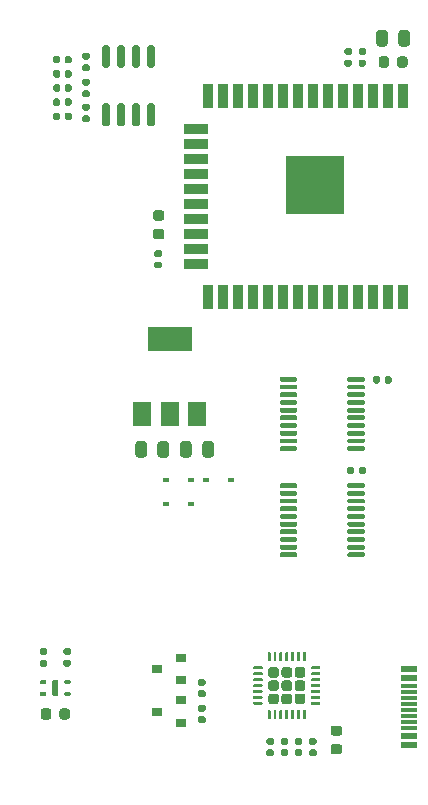
<source format=gbr>
%TF.GenerationSoftware,KiCad,Pcbnew,(5.1.6)-1*%
%TF.CreationDate,2020-11-22T22:34:21+08:00*%
%TF.ProjectId,matrix-clock,6d617472-6978-42d6-936c-6f636b2e6b69,rev?*%
%TF.SameCoordinates,Original*%
%TF.FileFunction,Paste,Top*%
%TF.FilePolarity,Positive*%
%FSLAX46Y46*%
G04 Gerber Fmt 4.6, Leading zero omitted, Abs format (unit mm)*
G04 Created by KiCad (PCBNEW (5.1.6)-1) date 2020-11-22 22:34:21*
%MOMM*%
%LPD*%
G01*
G04 APERTURE LIST*
%ADD10R,1.500000X2.000000*%
%ADD11R,3.800000X2.000000*%
%ADD12R,0.900000X2.000000*%
%ADD13R,2.000000X0.900000*%
%ADD14R,5.000000X5.000000*%
%ADD15R,0.900000X0.800000*%
%ADD16R,1.450000X0.600000*%
%ADD17R,1.450000X0.300000*%
%ADD18R,0.600000X0.450000*%
G04 APERTURE END LIST*
%TO.C,U4*%
G36*
G01*
X158525000Y-105375000D02*
X158525000Y-105175000D01*
G75*
G02*
X158625000Y-105075000I100000J0D01*
G01*
X159900000Y-105075000D01*
G75*
G02*
X160000000Y-105175000I0J-100000D01*
G01*
X160000000Y-105375000D01*
G75*
G02*
X159900000Y-105475000I-100000J0D01*
G01*
X158625000Y-105475000D01*
G75*
G02*
X158525000Y-105375000I0J100000D01*
G01*
G37*
G36*
G01*
X158525000Y-106025000D02*
X158525000Y-105825000D01*
G75*
G02*
X158625000Y-105725000I100000J0D01*
G01*
X159900000Y-105725000D01*
G75*
G02*
X160000000Y-105825000I0J-100000D01*
G01*
X160000000Y-106025000D01*
G75*
G02*
X159900000Y-106125000I-100000J0D01*
G01*
X158625000Y-106125000D01*
G75*
G02*
X158525000Y-106025000I0J100000D01*
G01*
G37*
G36*
G01*
X158525000Y-106675000D02*
X158525000Y-106475000D01*
G75*
G02*
X158625000Y-106375000I100000J0D01*
G01*
X159900000Y-106375000D01*
G75*
G02*
X160000000Y-106475000I0J-100000D01*
G01*
X160000000Y-106675000D01*
G75*
G02*
X159900000Y-106775000I-100000J0D01*
G01*
X158625000Y-106775000D01*
G75*
G02*
X158525000Y-106675000I0J100000D01*
G01*
G37*
G36*
G01*
X158525000Y-107325000D02*
X158525000Y-107125000D01*
G75*
G02*
X158625000Y-107025000I100000J0D01*
G01*
X159900000Y-107025000D01*
G75*
G02*
X160000000Y-107125000I0J-100000D01*
G01*
X160000000Y-107325000D01*
G75*
G02*
X159900000Y-107425000I-100000J0D01*
G01*
X158625000Y-107425000D01*
G75*
G02*
X158525000Y-107325000I0J100000D01*
G01*
G37*
G36*
G01*
X158525000Y-107975000D02*
X158525000Y-107775000D01*
G75*
G02*
X158625000Y-107675000I100000J0D01*
G01*
X159900000Y-107675000D01*
G75*
G02*
X160000000Y-107775000I0J-100000D01*
G01*
X160000000Y-107975000D01*
G75*
G02*
X159900000Y-108075000I-100000J0D01*
G01*
X158625000Y-108075000D01*
G75*
G02*
X158525000Y-107975000I0J100000D01*
G01*
G37*
G36*
G01*
X158525000Y-108625000D02*
X158525000Y-108425000D01*
G75*
G02*
X158625000Y-108325000I100000J0D01*
G01*
X159900000Y-108325000D01*
G75*
G02*
X160000000Y-108425000I0J-100000D01*
G01*
X160000000Y-108625000D01*
G75*
G02*
X159900000Y-108725000I-100000J0D01*
G01*
X158625000Y-108725000D01*
G75*
G02*
X158525000Y-108625000I0J100000D01*
G01*
G37*
G36*
G01*
X158525000Y-109275000D02*
X158525000Y-109075000D01*
G75*
G02*
X158625000Y-108975000I100000J0D01*
G01*
X159900000Y-108975000D01*
G75*
G02*
X160000000Y-109075000I0J-100000D01*
G01*
X160000000Y-109275000D01*
G75*
G02*
X159900000Y-109375000I-100000J0D01*
G01*
X158625000Y-109375000D01*
G75*
G02*
X158525000Y-109275000I0J100000D01*
G01*
G37*
G36*
G01*
X158525000Y-109925000D02*
X158525000Y-109725000D01*
G75*
G02*
X158625000Y-109625000I100000J0D01*
G01*
X159900000Y-109625000D01*
G75*
G02*
X160000000Y-109725000I0J-100000D01*
G01*
X160000000Y-109925000D01*
G75*
G02*
X159900000Y-110025000I-100000J0D01*
G01*
X158625000Y-110025000D01*
G75*
G02*
X158525000Y-109925000I0J100000D01*
G01*
G37*
G36*
G01*
X158525000Y-110575000D02*
X158525000Y-110375000D01*
G75*
G02*
X158625000Y-110275000I100000J0D01*
G01*
X159900000Y-110275000D01*
G75*
G02*
X160000000Y-110375000I0J-100000D01*
G01*
X160000000Y-110575000D01*
G75*
G02*
X159900000Y-110675000I-100000J0D01*
G01*
X158625000Y-110675000D01*
G75*
G02*
X158525000Y-110575000I0J100000D01*
G01*
G37*
G36*
G01*
X158525000Y-111225000D02*
X158525000Y-111025000D01*
G75*
G02*
X158625000Y-110925000I100000J0D01*
G01*
X159900000Y-110925000D01*
G75*
G02*
X160000000Y-111025000I0J-100000D01*
G01*
X160000000Y-111225000D01*
G75*
G02*
X159900000Y-111325000I-100000J0D01*
G01*
X158625000Y-111325000D01*
G75*
G02*
X158525000Y-111225000I0J100000D01*
G01*
G37*
G36*
G01*
X152800000Y-111225000D02*
X152800000Y-111025000D01*
G75*
G02*
X152900000Y-110925000I100000J0D01*
G01*
X154175000Y-110925000D01*
G75*
G02*
X154275000Y-111025000I0J-100000D01*
G01*
X154275000Y-111225000D01*
G75*
G02*
X154175000Y-111325000I-100000J0D01*
G01*
X152900000Y-111325000D01*
G75*
G02*
X152800000Y-111225000I0J100000D01*
G01*
G37*
G36*
G01*
X152800000Y-110575000D02*
X152800000Y-110375000D01*
G75*
G02*
X152900000Y-110275000I100000J0D01*
G01*
X154175000Y-110275000D01*
G75*
G02*
X154275000Y-110375000I0J-100000D01*
G01*
X154275000Y-110575000D01*
G75*
G02*
X154175000Y-110675000I-100000J0D01*
G01*
X152900000Y-110675000D01*
G75*
G02*
X152800000Y-110575000I0J100000D01*
G01*
G37*
G36*
G01*
X152800000Y-109925000D02*
X152800000Y-109725000D01*
G75*
G02*
X152900000Y-109625000I100000J0D01*
G01*
X154175000Y-109625000D01*
G75*
G02*
X154275000Y-109725000I0J-100000D01*
G01*
X154275000Y-109925000D01*
G75*
G02*
X154175000Y-110025000I-100000J0D01*
G01*
X152900000Y-110025000D01*
G75*
G02*
X152800000Y-109925000I0J100000D01*
G01*
G37*
G36*
G01*
X152800000Y-109275000D02*
X152800000Y-109075000D01*
G75*
G02*
X152900000Y-108975000I100000J0D01*
G01*
X154175000Y-108975000D01*
G75*
G02*
X154275000Y-109075000I0J-100000D01*
G01*
X154275000Y-109275000D01*
G75*
G02*
X154175000Y-109375000I-100000J0D01*
G01*
X152900000Y-109375000D01*
G75*
G02*
X152800000Y-109275000I0J100000D01*
G01*
G37*
G36*
G01*
X152800000Y-108625000D02*
X152800000Y-108425000D01*
G75*
G02*
X152900000Y-108325000I100000J0D01*
G01*
X154175000Y-108325000D01*
G75*
G02*
X154275000Y-108425000I0J-100000D01*
G01*
X154275000Y-108625000D01*
G75*
G02*
X154175000Y-108725000I-100000J0D01*
G01*
X152900000Y-108725000D01*
G75*
G02*
X152800000Y-108625000I0J100000D01*
G01*
G37*
G36*
G01*
X152800000Y-107975000D02*
X152800000Y-107775000D01*
G75*
G02*
X152900000Y-107675000I100000J0D01*
G01*
X154175000Y-107675000D01*
G75*
G02*
X154275000Y-107775000I0J-100000D01*
G01*
X154275000Y-107975000D01*
G75*
G02*
X154175000Y-108075000I-100000J0D01*
G01*
X152900000Y-108075000D01*
G75*
G02*
X152800000Y-107975000I0J100000D01*
G01*
G37*
G36*
G01*
X152800000Y-107325000D02*
X152800000Y-107125000D01*
G75*
G02*
X152900000Y-107025000I100000J0D01*
G01*
X154175000Y-107025000D01*
G75*
G02*
X154275000Y-107125000I0J-100000D01*
G01*
X154275000Y-107325000D01*
G75*
G02*
X154175000Y-107425000I-100000J0D01*
G01*
X152900000Y-107425000D01*
G75*
G02*
X152800000Y-107325000I0J100000D01*
G01*
G37*
G36*
G01*
X152800000Y-106675000D02*
X152800000Y-106475000D01*
G75*
G02*
X152900000Y-106375000I100000J0D01*
G01*
X154175000Y-106375000D01*
G75*
G02*
X154275000Y-106475000I0J-100000D01*
G01*
X154275000Y-106675000D01*
G75*
G02*
X154175000Y-106775000I-100000J0D01*
G01*
X152900000Y-106775000D01*
G75*
G02*
X152800000Y-106675000I0J100000D01*
G01*
G37*
G36*
G01*
X152800000Y-106025000D02*
X152800000Y-105825000D01*
G75*
G02*
X152900000Y-105725000I100000J0D01*
G01*
X154175000Y-105725000D01*
G75*
G02*
X154275000Y-105825000I0J-100000D01*
G01*
X154275000Y-106025000D01*
G75*
G02*
X154175000Y-106125000I-100000J0D01*
G01*
X152900000Y-106125000D01*
G75*
G02*
X152800000Y-106025000I0J100000D01*
G01*
G37*
G36*
G01*
X152800000Y-105375000D02*
X152800000Y-105175000D01*
G75*
G02*
X152900000Y-105075000I100000J0D01*
G01*
X154175000Y-105075000D01*
G75*
G02*
X154275000Y-105175000I0J-100000D01*
G01*
X154275000Y-105375000D01*
G75*
G02*
X154175000Y-105475000I-100000J0D01*
G01*
X152900000Y-105475000D01*
G75*
G02*
X152800000Y-105375000I0J100000D01*
G01*
G37*
%TD*%
%TO.C,U3*%
G36*
G01*
X158525000Y-96375000D02*
X158525000Y-96175000D01*
G75*
G02*
X158625000Y-96075000I100000J0D01*
G01*
X159900000Y-96075000D01*
G75*
G02*
X160000000Y-96175000I0J-100000D01*
G01*
X160000000Y-96375000D01*
G75*
G02*
X159900000Y-96475000I-100000J0D01*
G01*
X158625000Y-96475000D01*
G75*
G02*
X158525000Y-96375000I0J100000D01*
G01*
G37*
G36*
G01*
X158525000Y-97025000D02*
X158525000Y-96825000D01*
G75*
G02*
X158625000Y-96725000I100000J0D01*
G01*
X159900000Y-96725000D01*
G75*
G02*
X160000000Y-96825000I0J-100000D01*
G01*
X160000000Y-97025000D01*
G75*
G02*
X159900000Y-97125000I-100000J0D01*
G01*
X158625000Y-97125000D01*
G75*
G02*
X158525000Y-97025000I0J100000D01*
G01*
G37*
G36*
G01*
X158525000Y-97675000D02*
X158525000Y-97475000D01*
G75*
G02*
X158625000Y-97375000I100000J0D01*
G01*
X159900000Y-97375000D01*
G75*
G02*
X160000000Y-97475000I0J-100000D01*
G01*
X160000000Y-97675000D01*
G75*
G02*
X159900000Y-97775000I-100000J0D01*
G01*
X158625000Y-97775000D01*
G75*
G02*
X158525000Y-97675000I0J100000D01*
G01*
G37*
G36*
G01*
X158525000Y-98325000D02*
X158525000Y-98125000D01*
G75*
G02*
X158625000Y-98025000I100000J0D01*
G01*
X159900000Y-98025000D01*
G75*
G02*
X160000000Y-98125000I0J-100000D01*
G01*
X160000000Y-98325000D01*
G75*
G02*
X159900000Y-98425000I-100000J0D01*
G01*
X158625000Y-98425000D01*
G75*
G02*
X158525000Y-98325000I0J100000D01*
G01*
G37*
G36*
G01*
X158525000Y-98975000D02*
X158525000Y-98775000D01*
G75*
G02*
X158625000Y-98675000I100000J0D01*
G01*
X159900000Y-98675000D01*
G75*
G02*
X160000000Y-98775000I0J-100000D01*
G01*
X160000000Y-98975000D01*
G75*
G02*
X159900000Y-99075000I-100000J0D01*
G01*
X158625000Y-99075000D01*
G75*
G02*
X158525000Y-98975000I0J100000D01*
G01*
G37*
G36*
G01*
X158525000Y-99625000D02*
X158525000Y-99425000D01*
G75*
G02*
X158625000Y-99325000I100000J0D01*
G01*
X159900000Y-99325000D01*
G75*
G02*
X160000000Y-99425000I0J-100000D01*
G01*
X160000000Y-99625000D01*
G75*
G02*
X159900000Y-99725000I-100000J0D01*
G01*
X158625000Y-99725000D01*
G75*
G02*
X158525000Y-99625000I0J100000D01*
G01*
G37*
G36*
G01*
X158525000Y-100275000D02*
X158525000Y-100075000D01*
G75*
G02*
X158625000Y-99975000I100000J0D01*
G01*
X159900000Y-99975000D01*
G75*
G02*
X160000000Y-100075000I0J-100000D01*
G01*
X160000000Y-100275000D01*
G75*
G02*
X159900000Y-100375000I-100000J0D01*
G01*
X158625000Y-100375000D01*
G75*
G02*
X158525000Y-100275000I0J100000D01*
G01*
G37*
G36*
G01*
X158525000Y-100925000D02*
X158525000Y-100725000D01*
G75*
G02*
X158625000Y-100625000I100000J0D01*
G01*
X159900000Y-100625000D01*
G75*
G02*
X160000000Y-100725000I0J-100000D01*
G01*
X160000000Y-100925000D01*
G75*
G02*
X159900000Y-101025000I-100000J0D01*
G01*
X158625000Y-101025000D01*
G75*
G02*
X158525000Y-100925000I0J100000D01*
G01*
G37*
G36*
G01*
X158525000Y-101575000D02*
X158525000Y-101375000D01*
G75*
G02*
X158625000Y-101275000I100000J0D01*
G01*
X159900000Y-101275000D01*
G75*
G02*
X160000000Y-101375000I0J-100000D01*
G01*
X160000000Y-101575000D01*
G75*
G02*
X159900000Y-101675000I-100000J0D01*
G01*
X158625000Y-101675000D01*
G75*
G02*
X158525000Y-101575000I0J100000D01*
G01*
G37*
G36*
G01*
X158525000Y-102225000D02*
X158525000Y-102025000D01*
G75*
G02*
X158625000Y-101925000I100000J0D01*
G01*
X159900000Y-101925000D01*
G75*
G02*
X160000000Y-102025000I0J-100000D01*
G01*
X160000000Y-102225000D01*
G75*
G02*
X159900000Y-102325000I-100000J0D01*
G01*
X158625000Y-102325000D01*
G75*
G02*
X158525000Y-102225000I0J100000D01*
G01*
G37*
G36*
G01*
X152800000Y-102225000D02*
X152800000Y-102025000D01*
G75*
G02*
X152900000Y-101925000I100000J0D01*
G01*
X154175000Y-101925000D01*
G75*
G02*
X154275000Y-102025000I0J-100000D01*
G01*
X154275000Y-102225000D01*
G75*
G02*
X154175000Y-102325000I-100000J0D01*
G01*
X152900000Y-102325000D01*
G75*
G02*
X152800000Y-102225000I0J100000D01*
G01*
G37*
G36*
G01*
X152800000Y-101575000D02*
X152800000Y-101375000D01*
G75*
G02*
X152900000Y-101275000I100000J0D01*
G01*
X154175000Y-101275000D01*
G75*
G02*
X154275000Y-101375000I0J-100000D01*
G01*
X154275000Y-101575000D01*
G75*
G02*
X154175000Y-101675000I-100000J0D01*
G01*
X152900000Y-101675000D01*
G75*
G02*
X152800000Y-101575000I0J100000D01*
G01*
G37*
G36*
G01*
X152800000Y-100925000D02*
X152800000Y-100725000D01*
G75*
G02*
X152900000Y-100625000I100000J0D01*
G01*
X154175000Y-100625000D01*
G75*
G02*
X154275000Y-100725000I0J-100000D01*
G01*
X154275000Y-100925000D01*
G75*
G02*
X154175000Y-101025000I-100000J0D01*
G01*
X152900000Y-101025000D01*
G75*
G02*
X152800000Y-100925000I0J100000D01*
G01*
G37*
G36*
G01*
X152800000Y-100275000D02*
X152800000Y-100075000D01*
G75*
G02*
X152900000Y-99975000I100000J0D01*
G01*
X154175000Y-99975000D01*
G75*
G02*
X154275000Y-100075000I0J-100000D01*
G01*
X154275000Y-100275000D01*
G75*
G02*
X154175000Y-100375000I-100000J0D01*
G01*
X152900000Y-100375000D01*
G75*
G02*
X152800000Y-100275000I0J100000D01*
G01*
G37*
G36*
G01*
X152800000Y-99625000D02*
X152800000Y-99425000D01*
G75*
G02*
X152900000Y-99325000I100000J0D01*
G01*
X154175000Y-99325000D01*
G75*
G02*
X154275000Y-99425000I0J-100000D01*
G01*
X154275000Y-99625000D01*
G75*
G02*
X154175000Y-99725000I-100000J0D01*
G01*
X152900000Y-99725000D01*
G75*
G02*
X152800000Y-99625000I0J100000D01*
G01*
G37*
G36*
G01*
X152800000Y-98975000D02*
X152800000Y-98775000D01*
G75*
G02*
X152900000Y-98675000I100000J0D01*
G01*
X154175000Y-98675000D01*
G75*
G02*
X154275000Y-98775000I0J-100000D01*
G01*
X154275000Y-98975000D01*
G75*
G02*
X154175000Y-99075000I-100000J0D01*
G01*
X152900000Y-99075000D01*
G75*
G02*
X152800000Y-98975000I0J100000D01*
G01*
G37*
G36*
G01*
X152800000Y-98325000D02*
X152800000Y-98125000D01*
G75*
G02*
X152900000Y-98025000I100000J0D01*
G01*
X154175000Y-98025000D01*
G75*
G02*
X154275000Y-98125000I0J-100000D01*
G01*
X154275000Y-98325000D01*
G75*
G02*
X154175000Y-98425000I-100000J0D01*
G01*
X152900000Y-98425000D01*
G75*
G02*
X152800000Y-98325000I0J100000D01*
G01*
G37*
G36*
G01*
X152800000Y-97675000D02*
X152800000Y-97475000D01*
G75*
G02*
X152900000Y-97375000I100000J0D01*
G01*
X154175000Y-97375000D01*
G75*
G02*
X154275000Y-97475000I0J-100000D01*
G01*
X154275000Y-97675000D01*
G75*
G02*
X154175000Y-97775000I-100000J0D01*
G01*
X152900000Y-97775000D01*
G75*
G02*
X152800000Y-97675000I0J100000D01*
G01*
G37*
G36*
G01*
X152800000Y-97025000D02*
X152800000Y-96825000D01*
G75*
G02*
X152900000Y-96725000I100000J0D01*
G01*
X154175000Y-96725000D01*
G75*
G02*
X154275000Y-96825000I0J-100000D01*
G01*
X154275000Y-97025000D01*
G75*
G02*
X154175000Y-97125000I-100000J0D01*
G01*
X152900000Y-97125000D01*
G75*
G02*
X152800000Y-97025000I0J100000D01*
G01*
G37*
G36*
G01*
X152800000Y-96375000D02*
X152800000Y-96175000D01*
G75*
G02*
X152900000Y-96075000I100000J0D01*
G01*
X154175000Y-96075000D01*
G75*
G02*
X154275000Y-96175000I0J-100000D01*
G01*
X154275000Y-96375000D01*
G75*
G02*
X154175000Y-96475000I-100000J0D01*
G01*
X152900000Y-96475000D01*
G75*
G02*
X152800000Y-96375000I0J100000D01*
G01*
G37*
%TD*%
%TO.C,U7*%
G36*
G01*
X141755000Y-72900000D02*
X142055000Y-72900000D01*
G75*
G02*
X142205000Y-73050000I0J-150000D01*
G01*
X142205000Y-74700000D01*
G75*
G02*
X142055000Y-74850000I-150000J0D01*
G01*
X141755000Y-74850000D01*
G75*
G02*
X141605000Y-74700000I0J150000D01*
G01*
X141605000Y-73050000D01*
G75*
G02*
X141755000Y-72900000I150000J0D01*
G01*
G37*
G36*
G01*
X140485000Y-72900000D02*
X140785000Y-72900000D01*
G75*
G02*
X140935000Y-73050000I0J-150000D01*
G01*
X140935000Y-74700000D01*
G75*
G02*
X140785000Y-74850000I-150000J0D01*
G01*
X140485000Y-74850000D01*
G75*
G02*
X140335000Y-74700000I0J150000D01*
G01*
X140335000Y-73050000D01*
G75*
G02*
X140485000Y-72900000I150000J0D01*
G01*
G37*
G36*
G01*
X139215000Y-72900000D02*
X139515000Y-72900000D01*
G75*
G02*
X139665000Y-73050000I0J-150000D01*
G01*
X139665000Y-74700000D01*
G75*
G02*
X139515000Y-74850000I-150000J0D01*
G01*
X139215000Y-74850000D01*
G75*
G02*
X139065000Y-74700000I0J150000D01*
G01*
X139065000Y-73050000D01*
G75*
G02*
X139215000Y-72900000I150000J0D01*
G01*
G37*
G36*
G01*
X137945000Y-72900000D02*
X138245000Y-72900000D01*
G75*
G02*
X138395000Y-73050000I0J-150000D01*
G01*
X138395000Y-74700000D01*
G75*
G02*
X138245000Y-74850000I-150000J0D01*
G01*
X137945000Y-74850000D01*
G75*
G02*
X137795000Y-74700000I0J150000D01*
G01*
X137795000Y-73050000D01*
G75*
G02*
X137945000Y-72900000I150000J0D01*
G01*
G37*
G36*
G01*
X137945000Y-67950000D02*
X138245000Y-67950000D01*
G75*
G02*
X138395000Y-68100000I0J-150000D01*
G01*
X138395000Y-69750000D01*
G75*
G02*
X138245000Y-69900000I-150000J0D01*
G01*
X137945000Y-69900000D01*
G75*
G02*
X137795000Y-69750000I0J150000D01*
G01*
X137795000Y-68100000D01*
G75*
G02*
X137945000Y-67950000I150000J0D01*
G01*
G37*
G36*
G01*
X139215000Y-67950000D02*
X139515000Y-67950000D01*
G75*
G02*
X139665000Y-68100000I0J-150000D01*
G01*
X139665000Y-69750000D01*
G75*
G02*
X139515000Y-69900000I-150000J0D01*
G01*
X139215000Y-69900000D01*
G75*
G02*
X139065000Y-69750000I0J150000D01*
G01*
X139065000Y-68100000D01*
G75*
G02*
X139215000Y-67950000I150000J0D01*
G01*
G37*
G36*
G01*
X140485000Y-67950000D02*
X140785000Y-67950000D01*
G75*
G02*
X140935000Y-68100000I0J-150000D01*
G01*
X140935000Y-69750000D01*
G75*
G02*
X140785000Y-69900000I-150000J0D01*
G01*
X140485000Y-69900000D01*
G75*
G02*
X140335000Y-69750000I0J150000D01*
G01*
X140335000Y-68100000D01*
G75*
G02*
X140485000Y-67950000I150000J0D01*
G01*
G37*
G36*
G01*
X141755000Y-67950000D02*
X142055000Y-67950000D01*
G75*
G02*
X142205000Y-68100000I0J-150000D01*
G01*
X142205000Y-69750000D01*
G75*
G02*
X142055000Y-69900000I-150000J0D01*
G01*
X141755000Y-69900000D01*
G75*
G02*
X141605000Y-69750000I0J150000D01*
G01*
X141605000Y-68100000D01*
G75*
G02*
X141755000Y-67950000I150000J0D01*
G01*
G37*
%TD*%
%TO.C,U6*%
G36*
G01*
X154745000Y-121530000D02*
X154295000Y-121530000D01*
G75*
G02*
X154070000Y-121305000I0J225000D01*
G01*
X154070000Y-120855000D01*
G75*
G02*
X154295000Y-120630000I225000J0D01*
G01*
X154745000Y-120630000D01*
G75*
G02*
X154970000Y-120855000I0J-225000D01*
G01*
X154970000Y-121305000D01*
G75*
G02*
X154745000Y-121530000I-225000J0D01*
G01*
G37*
G36*
G01*
X153625000Y-121530000D02*
X153175000Y-121530000D01*
G75*
G02*
X152950000Y-121305000I0J225000D01*
G01*
X152950000Y-120855000D01*
G75*
G02*
X153175000Y-120630000I225000J0D01*
G01*
X153625000Y-120630000D01*
G75*
G02*
X153850000Y-120855000I0J-225000D01*
G01*
X153850000Y-121305000D01*
G75*
G02*
X153625000Y-121530000I-225000J0D01*
G01*
G37*
G36*
G01*
X152505000Y-121530000D02*
X152055000Y-121530000D01*
G75*
G02*
X151830000Y-121305000I0J225000D01*
G01*
X151830000Y-120855000D01*
G75*
G02*
X152055000Y-120630000I225000J0D01*
G01*
X152505000Y-120630000D01*
G75*
G02*
X152730000Y-120855000I0J-225000D01*
G01*
X152730000Y-121305000D01*
G75*
G02*
X152505000Y-121530000I-225000J0D01*
G01*
G37*
G36*
G01*
X154745000Y-122650000D02*
X154295000Y-122650000D01*
G75*
G02*
X154070000Y-122425000I0J225000D01*
G01*
X154070000Y-121975000D01*
G75*
G02*
X154295000Y-121750000I225000J0D01*
G01*
X154745000Y-121750000D01*
G75*
G02*
X154970000Y-121975000I0J-225000D01*
G01*
X154970000Y-122425000D01*
G75*
G02*
X154745000Y-122650000I-225000J0D01*
G01*
G37*
G36*
G01*
X153625000Y-122650000D02*
X153175000Y-122650000D01*
G75*
G02*
X152950000Y-122425000I0J225000D01*
G01*
X152950000Y-121975000D01*
G75*
G02*
X153175000Y-121750000I225000J0D01*
G01*
X153625000Y-121750000D01*
G75*
G02*
X153850000Y-121975000I0J-225000D01*
G01*
X153850000Y-122425000D01*
G75*
G02*
X153625000Y-122650000I-225000J0D01*
G01*
G37*
G36*
G01*
X152505000Y-122650000D02*
X152055000Y-122650000D01*
G75*
G02*
X151830000Y-122425000I0J225000D01*
G01*
X151830000Y-121975000D01*
G75*
G02*
X152055000Y-121750000I225000J0D01*
G01*
X152505000Y-121750000D01*
G75*
G02*
X152730000Y-121975000I0J-225000D01*
G01*
X152730000Y-122425000D01*
G75*
G02*
X152505000Y-122650000I-225000J0D01*
G01*
G37*
G36*
G01*
X154745000Y-123770000D02*
X154295000Y-123770000D01*
G75*
G02*
X154070000Y-123545000I0J225000D01*
G01*
X154070000Y-123095000D01*
G75*
G02*
X154295000Y-122870000I225000J0D01*
G01*
X154745000Y-122870000D01*
G75*
G02*
X154970000Y-123095000I0J-225000D01*
G01*
X154970000Y-123545000D01*
G75*
G02*
X154745000Y-123770000I-225000J0D01*
G01*
G37*
G36*
G01*
X153625000Y-123770000D02*
X153175000Y-123770000D01*
G75*
G02*
X152950000Y-123545000I0J225000D01*
G01*
X152950000Y-123095000D01*
G75*
G02*
X153175000Y-122870000I225000J0D01*
G01*
X153625000Y-122870000D01*
G75*
G02*
X153850000Y-123095000I0J-225000D01*
G01*
X153850000Y-123545000D01*
G75*
G02*
X153625000Y-123770000I-225000J0D01*
G01*
G37*
G36*
G01*
X152505000Y-123770000D02*
X152055000Y-123770000D01*
G75*
G02*
X151830000Y-123545000I0J225000D01*
G01*
X151830000Y-123095000D01*
G75*
G02*
X152055000Y-122870000I225000J0D01*
G01*
X152505000Y-122870000D01*
G75*
G02*
X152730000Y-123095000I0J-225000D01*
G01*
X152730000Y-123545000D01*
G75*
G02*
X152505000Y-123770000I-225000J0D01*
G01*
G37*
G36*
G01*
X151287500Y-123825000D02*
X150612500Y-123825000D01*
G75*
G02*
X150550000Y-123762500I0J62500D01*
G01*
X150550000Y-123637500D01*
G75*
G02*
X150612500Y-123575000I62500J0D01*
G01*
X151287500Y-123575000D01*
G75*
G02*
X151350000Y-123637500I0J-62500D01*
G01*
X151350000Y-123762500D01*
G75*
G02*
X151287500Y-123825000I-62500J0D01*
G01*
G37*
G36*
G01*
X151287500Y-123325000D02*
X150612500Y-123325000D01*
G75*
G02*
X150550000Y-123262500I0J62500D01*
G01*
X150550000Y-123137500D01*
G75*
G02*
X150612500Y-123075000I62500J0D01*
G01*
X151287500Y-123075000D01*
G75*
G02*
X151350000Y-123137500I0J-62500D01*
G01*
X151350000Y-123262500D01*
G75*
G02*
X151287500Y-123325000I-62500J0D01*
G01*
G37*
G36*
G01*
X151287500Y-122825000D02*
X150612500Y-122825000D01*
G75*
G02*
X150550000Y-122762500I0J62500D01*
G01*
X150550000Y-122637500D01*
G75*
G02*
X150612500Y-122575000I62500J0D01*
G01*
X151287500Y-122575000D01*
G75*
G02*
X151350000Y-122637500I0J-62500D01*
G01*
X151350000Y-122762500D01*
G75*
G02*
X151287500Y-122825000I-62500J0D01*
G01*
G37*
G36*
G01*
X151287500Y-122325000D02*
X150612500Y-122325000D01*
G75*
G02*
X150550000Y-122262500I0J62500D01*
G01*
X150550000Y-122137500D01*
G75*
G02*
X150612500Y-122075000I62500J0D01*
G01*
X151287500Y-122075000D01*
G75*
G02*
X151350000Y-122137500I0J-62500D01*
G01*
X151350000Y-122262500D01*
G75*
G02*
X151287500Y-122325000I-62500J0D01*
G01*
G37*
G36*
G01*
X151287500Y-121825000D02*
X150612500Y-121825000D01*
G75*
G02*
X150550000Y-121762500I0J62500D01*
G01*
X150550000Y-121637500D01*
G75*
G02*
X150612500Y-121575000I62500J0D01*
G01*
X151287500Y-121575000D01*
G75*
G02*
X151350000Y-121637500I0J-62500D01*
G01*
X151350000Y-121762500D01*
G75*
G02*
X151287500Y-121825000I-62500J0D01*
G01*
G37*
G36*
G01*
X151287500Y-121325000D02*
X150612500Y-121325000D01*
G75*
G02*
X150550000Y-121262500I0J62500D01*
G01*
X150550000Y-121137500D01*
G75*
G02*
X150612500Y-121075000I62500J0D01*
G01*
X151287500Y-121075000D01*
G75*
G02*
X151350000Y-121137500I0J-62500D01*
G01*
X151350000Y-121262500D01*
G75*
G02*
X151287500Y-121325000I-62500J0D01*
G01*
G37*
G36*
G01*
X151287500Y-120825000D02*
X150612500Y-120825000D01*
G75*
G02*
X150550000Y-120762500I0J62500D01*
G01*
X150550000Y-120637500D01*
G75*
G02*
X150612500Y-120575000I62500J0D01*
G01*
X151287500Y-120575000D01*
G75*
G02*
X151350000Y-120637500I0J-62500D01*
G01*
X151350000Y-120762500D01*
G75*
G02*
X151287500Y-120825000I-62500J0D01*
G01*
G37*
G36*
G01*
X151962500Y-120150000D02*
X151837500Y-120150000D01*
G75*
G02*
X151775000Y-120087500I0J62500D01*
G01*
X151775000Y-119412500D01*
G75*
G02*
X151837500Y-119350000I62500J0D01*
G01*
X151962500Y-119350000D01*
G75*
G02*
X152025000Y-119412500I0J-62500D01*
G01*
X152025000Y-120087500D01*
G75*
G02*
X151962500Y-120150000I-62500J0D01*
G01*
G37*
G36*
G01*
X152462500Y-120150000D02*
X152337500Y-120150000D01*
G75*
G02*
X152275000Y-120087500I0J62500D01*
G01*
X152275000Y-119412500D01*
G75*
G02*
X152337500Y-119350000I62500J0D01*
G01*
X152462500Y-119350000D01*
G75*
G02*
X152525000Y-119412500I0J-62500D01*
G01*
X152525000Y-120087500D01*
G75*
G02*
X152462500Y-120150000I-62500J0D01*
G01*
G37*
G36*
G01*
X152962500Y-120150000D02*
X152837500Y-120150000D01*
G75*
G02*
X152775000Y-120087500I0J62500D01*
G01*
X152775000Y-119412500D01*
G75*
G02*
X152837500Y-119350000I62500J0D01*
G01*
X152962500Y-119350000D01*
G75*
G02*
X153025000Y-119412500I0J-62500D01*
G01*
X153025000Y-120087500D01*
G75*
G02*
X152962500Y-120150000I-62500J0D01*
G01*
G37*
G36*
G01*
X153462500Y-120150000D02*
X153337500Y-120150000D01*
G75*
G02*
X153275000Y-120087500I0J62500D01*
G01*
X153275000Y-119412500D01*
G75*
G02*
X153337500Y-119350000I62500J0D01*
G01*
X153462500Y-119350000D01*
G75*
G02*
X153525000Y-119412500I0J-62500D01*
G01*
X153525000Y-120087500D01*
G75*
G02*
X153462500Y-120150000I-62500J0D01*
G01*
G37*
G36*
G01*
X153962500Y-120150000D02*
X153837500Y-120150000D01*
G75*
G02*
X153775000Y-120087500I0J62500D01*
G01*
X153775000Y-119412500D01*
G75*
G02*
X153837500Y-119350000I62500J0D01*
G01*
X153962500Y-119350000D01*
G75*
G02*
X154025000Y-119412500I0J-62500D01*
G01*
X154025000Y-120087500D01*
G75*
G02*
X153962500Y-120150000I-62500J0D01*
G01*
G37*
G36*
G01*
X154462500Y-120150000D02*
X154337500Y-120150000D01*
G75*
G02*
X154275000Y-120087500I0J62500D01*
G01*
X154275000Y-119412500D01*
G75*
G02*
X154337500Y-119350000I62500J0D01*
G01*
X154462500Y-119350000D01*
G75*
G02*
X154525000Y-119412500I0J-62500D01*
G01*
X154525000Y-120087500D01*
G75*
G02*
X154462500Y-120150000I-62500J0D01*
G01*
G37*
G36*
G01*
X154962500Y-120150000D02*
X154837500Y-120150000D01*
G75*
G02*
X154775000Y-120087500I0J62500D01*
G01*
X154775000Y-119412500D01*
G75*
G02*
X154837500Y-119350000I62500J0D01*
G01*
X154962500Y-119350000D01*
G75*
G02*
X155025000Y-119412500I0J-62500D01*
G01*
X155025000Y-120087500D01*
G75*
G02*
X154962500Y-120150000I-62500J0D01*
G01*
G37*
G36*
G01*
X156187500Y-120825000D02*
X155512500Y-120825000D01*
G75*
G02*
X155450000Y-120762500I0J62500D01*
G01*
X155450000Y-120637500D01*
G75*
G02*
X155512500Y-120575000I62500J0D01*
G01*
X156187500Y-120575000D01*
G75*
G02*
X156250000Y-120637500I0J-62500D01*
G01*
X156250000Y-120762500D01*
G75*
G02*
X156187500Y-120825000I-62500J0D01*
G01*
G37*
G36*
G01*
X156187500Y-121325000D02*
X155512500Y-121325000D01*
G75*
G02*
X155450000Y-121262500I0J62500D01*
G01*
X155450000Y-121137500D01*
G75*
G02*
X155512500Y-121075000I62500J0D01*
G01*
X156187500Y-121075000D01*
G75*
G02*
X156250000Y-121137500I0J-62500D01*
G01*
X156250000Y-121262500D01*
G75*
G02*
X156187500Y-121325000I-62500J0D01*
G01*
G37*
G36*
G01*
X156187500Y-121825000D02*
X155512500Y-121825000D01*
G75*
G02*
X155450000Y-121762500I0J62500D01*
G01*
X155450000Y-121637500D01*
G75*
G02*
X155512500Y-121575000I62500J0D01*
G01*
X156187500Y-121575000D01*
G75*
G02*
X156250000Y-121637500I0J-62500D01*
G01*
X156250000Y-121762500D01*
G75*
G02*
X156187500Y-121825000I-62500J0D01*
G01*
G37*
G36*
G01*
X156187500Y-122325000D02*
X155512500Y-122325000D01*
G75*
G02*
X155450000Y-122262500I0J62500D01*
G01*
X155450000Y-122137500D01*
G75*
G02*
X155512500Y-122075000I62500J0D01*
G01*
X156187500Y-122075000D01*
G75*
G02*
X156250000Y-122137500I0J-62500D01*
G01*
X156250000Y-122262500D01*
G75*
G02*
X156187500Y-122325000I-62500J0D01*
G01*
G37*
G36*
G01*
X156187500Y-122825000D02*
X155512500Y-122825000D01*
G75*
G02*
X155450000Y-122762500I0J62500D01*
G01*
X155450000Y-122637500D01*
G75*
G02*
X155512500Y-122575000I62500J0D01*
G01*
X156187500Y-122575000D01*
G75*
G02*
X156250000Y-122637500I0J-62500D01*
G01*
X156250000Y-122762500D01*
G75*
G02*
X156187500Y-122825000I-62500J0D01*
G01*
G37*
G36*
G01*
X156187500Y-123325000D02*
X155512500Y-123325000D01*
G75*
G02*
X155450000Y-123262500I0J62500D01*
G01*
X155450000Y-123137500D01*
G75*
G02*
X155512500Y-123075000I62500J0D01*
G01*
X156187500Y-123075000D01*
G75*
G02*
X156250000Y-123137500I0J-62500D01*
G01*
X156250000Y-123262500D01*
G75*
G02*
X156187500Y-123325000I-62500J0D01*
G01*
G37*
G36*
G01*
X156187500Y-123825000D02*
X155512500Y-123825000D01*
G75*
G02*
X155450000Y-123762500I0J62500D01*
G01*
X155450000Y-123637500D01*
G75*
G02*
X155512500Y-123575000I62500J0D01*
G01*
X156187500Y-123575000D01*
G75*
G02*
X156250000Y-123637500I0J-62500D01*
G01*
X156250000Y-123762500D01*
G75*
G02*
X156187500Y-123825000I-62500J0D01*
G01*
G37*
G36*
G01*
X154962500Y-125050000D02*
X154837500Y-125050000D01*
G75*
G02*
X154775000Y-124987500I0J62500D01*
G01*
X154775000Y-124312500D01*
G75*
G02*
X154837500Y-124250000I62500J0D01*
G01*
X154962500Y-124250000D01*
G75*
G02*
X155025000Y-124312500I0J-62500D01*
G01*
X155025000Y-124987500D01*
G75*
G02*
X154962500Y-125050000I-62500J0D01*
G01*
G37*
G36*
G01*
X154462500Y-125050000D02*
X154337500Y-125050000D01*
G75*
G02*
X154275000Y-124987500I0J62500D01*
G01*
X154275000Y-124312500D01*
G75*
G02*
X154337500Y-124250000I62500J0D01*
G01*
X154462500Y-124250000D01*
G75*
G02*
X154525000Y-124312500I0J-62500D01*
G01*
X154525000Y-124987500D01*
G75*
G02*
X154462500Y-125050000I-62500J0D01*
G01*
G37*
G36*
G01*
X153962500Y-125050000D02*
X153837500Y-125050000D01*
G75*
G02*
X153775000Y-124987500I0J62500D01*
G01*
X153775000Y-124312500D01*
G75*
G02*
X153837500Y-124250000I62500J0D01*
G01*
X153962500Y-124250000D01*
G75*
G02*
X154025000Y-124312500I0J-62500D01*
G01*
X154025000Y-124987500D01*
G75*
G02*
X153962500Y-125050000I-62500J0D01*
G01*
G37*
G36*
G01*
X153462500Y-125050000D02*
X153337500Y-125050000D01*
G75*
G02*
X153275000Y-124987500I0J62500D01*
G01*
X153275000Y-124312500D01*
G75*
G02*
X153337500Y-124250000I62500J0D01*
G01*
X153462500Y-124250000D01*
G75*
G02*
X153525000Y-124312500I0J-62500D01*
G01*
X153525000Y-124987500D01*
G75*
G02*
X153462500Y-125050000I-62500J0D01*
G01*
G37*
G36*
G01*
X152962500Y-125050000D02*
X152837500Y-125050000D01*
G75*
G02*
X152775000Y-124987500I0J62500D01*
G01*
X152775000Y-124312500D01*
G75*
G02*
X152837500Y-124250000I62500J0D01*
G01*
X152962500Y-124250000D01*
G75*
G02*
X153025000Y-124312500I0J-62500D01*
G01*
X153025000Y-124987500D01*
G75*
G02*
X152962500Y-125050000I-62500J0D01*
G01*
G37*
G36*
G01*
X152462500Y-125050000D02*
X152337500Y-125050000D01*
G75*
G02*
X152275000Y-124987500I0J62500D01*
G01*
X152275000Y-124312500D01*
G75*
G02*
X152337500Y-124250000I62500J0D01*
G01*
X152462500Y-124250000D01*
G75*
G02*
X152525000Y-124312500I0J-62500D01*
G01*
X152525000Y-124987500D01*
G75*
G02*
X152462500Y-125050000I-62500J0D01*
G01*
G37*
G36*
G01*
X151962500Y-125050000D02*
X151837500Y-125050000D01*
G75*
G02*
X151775000Y-124987500I0J62500D01*
G01*
X151775000Y-124312500D01*
G75*
G02*
X151837500Y-124250000I62500J0D01*
G01*
X151962500Y-124250000D01*
G75*
G02*
X152025000Y-124312500I0J-62500D01*
G01*
X152025000Y-124987500D01*
G75*
G02*
X151962500Y-125050000I-62500J0D01*
G01*
G37*
%TD*%
D10*
%TO.C,U5*%
X141180000Y-99160000D03*
X145780000Y-99160000D03*
X143480000Y-99160000D03*
D11*
X143480000Y-92860000D03*
%TD*%
%TO.C,U2*%
G36*
G01*
X134050000Y-121825000D02*
X134050000Y-122975000D01*
G75*
G02*
X133925000Y-123100000I-125000J0D01*
G01*
X133675000Y-123100000D01*
G75*
G02*
X133550000Y-122975000I0J125000D01*
G01*
X133550000Y-121825000D01*
G75*
G02*
X133675000Y-121700000I125000J0D01*
G01*
X133925000Y-121700000D01*
G75*
G02*
X134050000Y-121825000I0J-125000D01*
G01*
G37*
G36*
G01*
X132500000Y-122987500D02*
X132500000Y-122812500D01*
G75*
G02*
X132587500Y-122725000I87500J0D01*
G01*
X132962500Y-122725000D01*
G75*
G02*
X133050000Y-122812500I0J-87500D01*
G01*
X133050000Y-122987500D01*
G75*
G02*
X132962500Y-123075000I-87500J0D01*
G01*
X132587500Y-123075000D01*
G75*
G02*
X132500000Y-122987500I0J87500D01*
G01*
G37*
G36*
G01*
X132500000Y-121987500D02*
X132500000Y-121812500D01*
G75*
G02*
X132587500Y-121725000I87500J0D01*
G01*
X132962500Y-121725000D01*
G75*
G02*
X133050000Y-121812500I0J-87500D01*
G01*
X133050000Y-121987500D01*
G75*
G02*
X132962500Y-122075000I-87500J0D01*
G01*
X132587500Y-122075000D01*
G75*
G02*
X132500000Y-121987500I0J87500D01*
G01*
G37*
G36*
G01*
X135100000Y-121812500D02*
X135100000Y-121987500D01*
G75*
G02*
X135012500Y-122075000I-87500J0D01*
G01*
X134637500Y-122075000D01*
G75*
G02*
X134550000Y-121987500I0J87500D01*
G01*
X134550000Y-121812500D01*
G75*
G02*
X134637500Y-121725000I87500J0D01*
G01*
X135012500Y-121725000D01*
G75*
G02*
X135100000Y-121812500I0J-87500D01*
G01*
G37*
G36*
G01*
X135100000Y-122812500D02*
X135100000Y-122987500D01*
G75*
G02*
X135012500Y-123075000I-87500J0D01*
G01*
X134637500Y-123075000D01*
G75*
G02*
X134550000Y-122987500I0J87500D01*
G01*
X134550000Y-122812500D01*
G75*
G02*
X134637500Y-122725000I87500J0D01*
G01*
X135012500Y-122725000D01*
G75*
G02*
X135100000Y-122812500I0J-87500D01*
G01*
G37*
%TD*%
D12*
%TO.C,U1*%
X163255000Y-89300000D03*
X161985000Y-89300000D03*
X160715000Y-89300000D03*
X159445000Y-89300000D03*
X158175000Y-89300000D03*
X156905000Y-89300000D03*
X155635000Y-89300000D03*
X154365000Y-89300000D03*
X153095000Y-89300000D03*
X151825000Y-89300000D03*
X150555000Y-89300000D03*
X149285000Y-89300000D03*
X148015000Y-89300000D03*
X146745000Y-89300000D03*
D13*
X145745000Y-86515000D03*
X145745000Y-85245000D03*
X145745000Y-83975000D03*
X145745000Y-82705000D03*
X145745000Y-81435000D03*
X145745000Y-80165000D03*
X145745000Y-78895000D03*
X145745000Y-77625000D03*
X145745000Y-76355000D03*
X145745000Y-75085000D03*
D12*
X146745000Y-72300000D03*
X148015000Y-72300000D03*
X149285000Y-72300000D03*
X150555000Y-72300000D03*
X151825000Y-72300000D03*
X153095000Y-72300000D03*
X154365000Y-72300000D03*
X155635000Y-72300000D03*
X156905000Y-72300000D03*
X158175000Y-72300000D03*
X159445000Y-72300000D03*
X160715000Y-72300000D03*
X161985000Y-72300000D03*
X163255000Y-72300000D03*
D14*
X155755000Y-79800000D03*
%TD*%
%TO.C,R13*%
G36*
G01*
X136572500Y-73525000D02*
X136227500Y-73525000D01*
G75*
G02*
X136080000Y-73377500I0J147500D01*
G01*
X136080000Y-73082500D01*
G75*
G02*
X136227500Y-72935000I147500J0D01*
G01*
X136572500Y-72935000D01*
G75*
G02*
X136720000Y-73082500I0J-147500D01*
G01*
X136720000Y-73377500D01*
G75*
G02*
X136572500Y-73525000I-147500J0D01*
G01*
G37*
G36*
G01*
X136572500Y-74495000D02*
X136227500Y-74495000D01*
G75*
G02*
X136080000Y-74347500I0J147500D01*
G01*
X136080000Y-74052500D01*
G75*
G02*
X136227500Y-73905000I147500J0D01*
G01*
X136572500Y-73905000D01*
G75*
G02*
X136720000Y-74052500I0J-147500D01*
G01*
X136720000Y-74347500D01*
G75*
G02*
X136572500Y-74495000I-147500J0D01*
G01*
G37*
%TD*%
%TO.C,R12*%
G36*
G01*
X136572500Y-71410000D02*
X136227500Y-71410000D01*
G75*
G02*
X136080000Y-71262500I0J147500D01*
G01*
X136080000Y-70967500D01*
G75*
G02*
X136227500Y-70820000I147500J0D01*
G01*
X136572500Y-70820000D01*
G75*
G02*
X136720000Y-70967500I0J-147500D01*
G01*
X136720000Y-71262500D01*
G75*
G02*
X136572500Y-71410000I-147500J0D01*
G01*
G37*
G36*
G01*
X136572500Y-72380000D02*
X136227500Y-72380000D01*
G75*
G02*
X136080000Y-72232500I0J147500D01*
G01*
X136080000Y-71937500D01*
G75*
G02*
X136227500Y-71790000I147500J0D01*
G01*
X136572500Y-71790000D01*
G75*
G02*
X136720000Y-71937500I0J-147500D01*
G01*
X136720000Y-72232500D01*
G75*
G02*
X136572500Y-72380000I-147500J0D01*
G01*
G37*
%TD*%
%TO.C,R11*%
G36*
G01*
X134210000Y-71427500D02*
X134210000Y-71772500D01*
G75*
G02*
X134062500Y-71920000I-147500J0D01*
G01*
X133767500Y-71920000D01*
G75*
G02*
X133620000Y-71772500I0J147500D01*
G01*
X133620000Y-71427500D01*
G75*
G02*
X133767500Y-71280000I147500J0D01*
G01*
X134062500Y-71280000D01*
G75*
G02*
X134210000Y-71427500I0J-147500D01*
G01*
G37*
G36*
G01*
X135180000Y-71427500D02*
X135180000Y-71772500D01*
G75*
G02*
X135032500Y-71920000I-147500J0D01*
G01*
X134737500Y-71920000D01*
G75*
G02*
X134590000Y-71772500I0J147500D01*
G01*
X134590000Y-71427500D01*
G75*
G02*
X134737500Y-71280000I147500J0D01*
G01*
X135032500Y-71280000D01*
G75*
G02*
X135180000Y-71427500I0J-147500D01*
G01*
G37*
%TD*%
%TO.C,R10*%
G36*
G01*
X134210000Y-69027500D02*
X134210000Y-69372500D01*
G75*
G02*
X134062500Y-69520000I-147500J0D01*
G01*
X133767500Y-69520000D01*
G75*
G02*
X133620000Y-69372500I0J147500D01*
G01*
X133620000Y-69027500D01*
G75*
G02*
X133767500Y-68880000I147500J0D01*
G01*
X134062500Y-68880000D01*
G75*
G02*
X134210000Y-69027500I0J-147500D01*
G01*
G37*
G36*
G01*
X135180000Y-69027500D02*
X135180000Y-69372500D01*
G75*
G02*
X135032500Y-69520000I-147500J0D01*
G01*
X134737500Y-69520000D01*
G75*
G02*
X134590000Y-69372500I0J147500D01*
G01*
X134590000Y-69027500D01*
G75*
G02*
X134737500Y-68880000I147500J0D01*
G01*
X135032500Y-68880000D01*
G75*
G02*
X135180000Y-69027500I0J-147500D01*
G01*
G37*
%TD*%
%TO.C,R9*%
G36*
G01*
X146372500Y-124410000D02*
X146027500Y-124410000D01*
G75*
G02*
X145880000Y-124262500I0J147500D01*
G01*
X145880000Y-123967500D01*
G75*
G02*
X146027500Y-123820000I147500J0D01*
G01*
X146372500Y-123820000D01*
G75*
G02*
X146520000Y-123967500I0J-147500D01*
G01*
X146520000Y-124262500D01*
G75*
G02*
X146372500Y-124410000I-147500J0D01*
G01*
G37*
G36*
G01*
X146372500Y-125380000D02*
X146027500Y-125380000D01*
G75*
G02*
X145880000Y-125232500I0J147500D01*
G01*
X145880000Y-124937500D01*
G75*
G02*
X146027500Y-124790000I147500J0D01*
G01*
X146372500Y-124790000D01*
G75*
G02*
X146520000Y-124937500I0J-147500D01*
G01*
X146520000Y-125232500D01*
G75*
G02*
X146372500Y-125380000I-147500J0D01*
G01*
G37*
%TD*%
%TO.C,R8*%
G36*
G01*
X146027500Y-122590000D02*
X146372500Y-122590000D01*
G75*
G02*
X146520000Y-122737500I0J-147500D01*
G01*
X146520000Y-123032500D01*
G75*
G02*
X146372500Y-123180000I-147500J0D01*
G01*
X146027500Y-123180000D01*
G75*
G02*
X145880000Y-123032500I0J147500D01*
G01*
X145880000Y-122737500D01*
G75*
G02*
X146027500Y-122590000I147500J0D01*
G01*
G37*
G36*
G01*
X146027500Y-121620000D02*
X146372500Y-121620000D01*
G75*
G02*
X146520000Y-121767500I0J-147500D01*
G01*
X146520000Y-122062500D01*
G75*
G02*
X146372500Y-122210000I-147500J0D01*
G01*
X146027500Y-122210000D01*
G75*
G02*
X145880000Y-122062500I0J147500D01*
G01*
X145880000Y-121767500D01*
G75*
G02*
X146027500Y-121620000I147500J0D01*
G01*
G37*
%TD*%
%TO.C,R7*%
G36*
G01*
X155772500Y-127210000D02*
X155427500Y-127210000D01*
G75*
G02*
X155280000Y-127062500I0J147500D01*
G01*
X155280000Y-126767500D01*
G75*
G02*
X155427500Y-126620000I147500J0D01*
G01*
X155772500Y-126620000D01*
G75*
G02*
X155920000Y-126767500I0J-147500D01*
G01*
X155920000Y-127062500D01*
G75*
G02*
X155772500Y-127210000I-147500J0D01*
G01*
G37*
G36*
G01*
X155772500Y-128180000D02*
X155427500Y-128180000D01*
G75*
G02*
X155280000Y-128032500I0J147500D01*
G01*
X155280000Y-127737500D01*
G75*
G02*
X155427500Y-127590000I147500J0D01*
G01*
X155772500Y-127590000D01*
G75*
G02*
X155920000Y-127737500I0J-147500D01*
G01*
X155920000Y-128032500D01*
G75*
G02*
X155772500Y-128180000I-147500J0D01*
G01*
G37*
%TD*%
%TO.C,R6*%
G36*
G01*
X152172500Y-127210000D02*
X151827500Y-127210000D01*
G75*
G02*
X151680000Y-127062500I0J147500D01*
G01*
X151680000Y-126767500D01*
G75*
G02*
X151827500Y-126620000I147500J0D01*
G01*
X152172500Y-126620000D01*
G75*
G02*
X152320000Y-126767500I0J-147500D01*
G01*
X152320000Y-127062500D01*
G75*
G02*
X152172500Y-127210000I-147500J0D01*
G01*
G37*
G36*
G01*
X152172500Y-128180000D02*
X151827500Y-128180000D01*
G75*
G02*
X151680000Y-128032500I0J147500D01*
G01*
X151680000Y-127737500D01*
G75*
G02*
X151827500Y-127590000I147500J0D01*
G01*
X152172500Y-127590000D01*
G75*
G02*
X152320000Y-127737500I0J-147500D01*
G01*
X152320000Y-128032500D01*
G75*
G02*
X152172500Y-128180000I-147500J0D01*
G01*
G37*
%TD*%
%TO.C,R5*%
G36*
G01*
X153372500Y-127210000D02*
X153027500Y-127210000D01*
G75*
G02*
X152880000Y-127062500I0J147500D01*
G01*
X152880000Y-126767500D01*
G75*
G02*
X153027500Y-126620000I147500J0D01*
G01*
X153372500Y-126620000D01*
G75*
G02*
X153520000Y-126767500I0J-147500D01*
G01*
X153520000Y-127062500D01*
G75*
G02*
X153372500Y-127210000I-147500J0D01*
G01*
G37*
G36*
G01*
X153372500Y-128180000D02*
X153027500Y-128180000D01*
G75*
G02*
X152880000Y-128032500I0J147500D01*
G01*
X152880000Y-127737500D01*
G75*
G02*
X153027500Y-127590000I147500J0D01*
G01*
X153372500Y-127590000D01*
G75*
G02*
X153520000Y-127737500I0J-147500D01*
G01*
X153520000Y-128032500D01*
G75*
G02*
X153372500Y-128180000I-147500J0D01*
G01*
G37*
%TD*%
%TO.C,R4*%
G36*
G01*
X132627500Y-119990000D02*
X132972500Y-119990000D01*
G75*
G02*
X133120000Y-120137500I0J-147500D01*
G01*
X133120000Y-120432500D01*
G75*
G02*
X132972500Y-120580000I-147500J0D01*
G01*
X132627500Y-120580000D01*
G75*
G02*
X132480000Y-120432500I0J147500D01*
G01*
X132480000Y-120137500D01*
G75*
G02*
X132627500Y-119990000I147500J0D01*
G01*
G37*
G36*
G01*
X132627500Y-119020000D02*
X132972500Y-119020000D01*
G75*
G02*
X133120000Y-119167500I0J-147500D01*
G01*
X133120000Y-119462500D01*
G75*
G02*
X132972500Y-119610000I-147500J0D01*
G01*
X132627500Y-119610000D01*
G75*
G02*
X132480000Y-119462500I0J147500D01*
G01*
X132480000Y-119167500D01*
G75*
G02*
X132627500Y-119020000I147500J0D01*
G01*
G37*
%TD*%
%TO.C,R3*%
G36*
G01*
X134627500Y-119990000D02*
X134972500Y-119990000D01*
G75*
G02*
X135120000Y-120137500I0J-147500D01*
G01*
X135120000Y-120432500D01*
G75*
G02*
X134972500Y-120580000I-147500J0D01*
G01*
X134627500Y-120580000D01*
G75*
G02*
X134480000Y-120432500I0J147500D01*
G01*
X134480000Y-120137500D01*
G75*
G02*
X134627500Y-119990000I147500J0D01*
G01*
G37*
G36*
G01*
X134627500Y-119020000D02*
X134972500Y-119020000D01*
G75*
G02*
X135120000Y-119167500I0J-147500D01*
G01*
X135120000Y-119462500D01*
G75*
G02*
X134972500Y-119610000I-147500J0D01*
G01*
X134627500Y-119610000D01*
G75*
G02*
X134480000Y-119462500I0J147500D01*
G01*
X134480000Y-119167500D01*
G75*
G02*
X134627500Y-119020000I147500J0D01*
G01*
G37*
%TD*%
%TO.C,R2*%
G36*
G01*
X142327500Y-86290000D02*
X142672500Y-86290000D01*
G75*
G02*
X142820000Y-86437500I0J-147500D01*
G01*
X142820000Y-86732500D01*
G75*
G02*
X142672500Y-86880000I-147500J0D01*
G01*
X142327500Y-86880000D01*
G75*
G02*
X142180000Y-86732500I0J147500D01*
G01*
X142180000Y-86437500D01*
G75*
G02*
X142327500Y-86290000I147500J0D01*
G01*
G37*
G36*
G01*
X142327500Y-85320000D02*
X142672500Y-85320000D01*
G75*
G02*
X142820000Y-85467500I0J-147500D01*
G01*
X142820000Y-85762500D01*
G75*
G02*
X142672500Y-85910000I-147500J0D01*
G01*
X142327500Y-85910000D01*
G75*
G02*
X142180000Y-85762500I0J147500D01*
G01*
X142180000Y-85467500D01*
G75*
G02*
X142327500Y-85320000I147500J0D01*
G01*
G37*
%TD*%
%TO.C,R1*%
G36*
G01*
X159627500Y-69190000D02*
X159972500Y-69190000D01*
G75*
G02*
X160120000Y-69337500I0J-147500D01*
G01*
X160120000Y-69632500D01*
G75*
G02*
X159972500Y-69780000I-147500J0D01*
G01*
X159627500Y-69780000D01*
G75*
G02*
X159480000Y-69632500I0J147500D01*
G01*
X159480000Y-69337500D01*
G75*
G02*
X159627500Y-69190000I147500J0D01*
G01*
G37*
G36*
G01*
X159627500Y-68220000D02*
X159972500Y-68220000D01*
G75*
G02*
X160120000Y-68367500I0J-147500D01*
G01*
X160120000Y-68662500D01*
G75*
G02*
X159972500Y-68810000I-147500J0D01*
G01*
X159627500Y-68810000D01*
G75*
G02*
X159480000Y-68662500I0J147500D01*
G01*
X159480000Y-68367500D01*
G75*
G02*
X159627500Y-68220000I147500J0D01*
G01*
G37*
%TD*%
D15*
%TO.C,Q2*%
X142400000Y-124400000D03*
X144400000Y-123450000D03*
X144400000Y-125350000D03*
%TD*%
%TO.C,Q1*%
X142400000Y-120800000D03*
X144400000Y-119850000D03*
X144400000Y-121750000D03*
%TD*%
D16*
%TO.C,J4*%
X163755000Y-120750000D03*
X163755000Y-121550000D03*
X163755000Y-126450000D03*
X163755000Y-127250000D03*
X163755000Y-127250000D03*
X163755000Y-126450000D03*
X163755000Y-121550000D03*
X163755000Y-120750000D03*
D17*
X163755000Y-125750000D03*
X163755000Y-125250000D03*
X163755000Y-124750000D03*
X163755000Y-123750000D03*
X163755000Y-123250000D03*
X163755000Y-122750000D03*
X163755000Y-122250000D03*
X163755000Y-124250000D03*
%TD*%
D18*
%TO.C,D4*%
X143150000Y-104800000D03*
X145250000Y-104800000D03*
%TD*%
%TO.C,D3*%
X148650000Y-104800000D03*
X146550000Y-104800000D03*
%TD*%
%TO.C,D2*%
X145250000Y-106800000D03*
X143150000Y-106800000D03*
%TD*%
%TO.C,D1*%
G36*
G01*
X142293750Y-83530000D02*
X142806250Y-83530000D01*
G75*
G02*
X143025000Y-83748750I0J-218750D01*
G01*
X143025000Y-84186250D01*
G75*
G02*
X142806250Y-84405000I-218750J0D01*
G01*
X142293750Y-84405000D01*
G75*
G02*
X142075000Y-84186250I0J218750D01*
G01*
X142075000Y-83748750D01*
G75*
G02*
X142293750Y-83530000I218750J0D01*
G01*
G37*
G36*
G01*
X142293750Y-81955000D02*
X142806250Y-81955000D01*
G75*
G02*
X143025000Y-82173750I0J-218750D01*
G01*
X143025000Y-82611250D01*
G75*
G02*
X142806250Y-82830000I-218750J0D01*
G01*
X142293750Y-82830000D01*
G75*
G02*
X142075000Y-82611250I0J218750D01*
G01*
X142075000Y-82173750D01*
G75*
G02*
X142293750Y-81955000I218750J0D01*
G01*
G37*
%TD*%
%TO.C,C14*%
G36*
G01*
X136227500Y-69590000D02*
X136572500Y-69590000D01*
G75*
G02*
X136720000Y-69737500I0J-147500D01*
G01*
X136720000Y-70032500D01*
G75*
G02*
X136572500Y-70180000I-147500J0D01*
G01*
X136227500Y-70180000D01*
G75*
G02*
X136080000Y-70032500I0J147500D01*
G01*
X136080000Y-69737500D01*
G75*
G02*
X136227500Y-69590000I147500J0D01*
G01*
G37*
G36*
G01*
X136227500Y-68620000D02*
X136572500Y-68620000D01*
G75*
G02*
X136720000Y-68767500I0J-147500D01*
G01*
X136720000Y-69062500D01*
G75*
G02*
X136572500Y-69210000I-147500J0D01*
G01*
X136227500Y-69210000D01*
G75*
G02*
X136080000Y-69062500I0J147500D01*
G01*
X136080000Y-68767500D01*
G75*
G02*
X136227500Y-68620000I147500J0D01*
G01*
G37*
%TD*%
%TO.C,C13*%
G36*
G01*
X134210000Y-73827500D02*
X134210000Y-74172500D01*
G75*
G02*
X134062500Y-74320000I-147500J0D01*
G01*
X133767500Y-74320000D01*
G75*
G02*
X133620000Y-74172500I0J147500D01*
G01*
X133620000Y-73827500D01*
G75*
G02*
X133767500Y-73680000I147500J0D01*
G01*
X134062500Y-73680000D01*
G75*
G02*
X134210000Y-73827500I0J-147500D01*
G01*
G37*
G36*
G01*
X135180000Y-73827500D02*
X135180000Y-74172500D01*
G75*
G02*
X135032500Y-74320000I-147500J0D01*
G01*
X134737500Y-74320000D01*
G75*
G02*
X134590000Y-74172500I0J147500D01*
G01*
X134590000Y-73827500D01*
G75*
G02*
X134737500Y-73680000I147500J0D01*
G01*
X135032500Y-73680000D01*
G75*
G02*
X135180000Y-73827500I0J-147500D01*
G01*
G37*
%TD*%
%TO.C,C12*%
G36*
G01*
X134590000Y-72972500D02*
X134590000Y-72627500D01*
G75*
G02*
X134737500Y-72480000I147500J0D01*
G01*
X135032500Y-72480000D01*
G75*
G02*
X135180000Y-72627500I0J-147500D01*
G01*
X135180000Y-72972500D01*
G75*
G02*
X135032500Y-73120000I-147500J0D01*
G01*
X134737500Y-73120000D01*
G75*
G02*
X134590000Y-72972500I0J147500D01*
G01*
G37*
G36*
G01*
X133620000Y-72972500D02*
X133620000Y-72627500D01*
G75*
G02*
X133767500Y-72480000I147500J0D01*
G01*
X134062500Y-72480000D01*
G75*
G02*
X134210000Y-72627500I0J-147500D01*
G01*
X134210000Y-72972500D01*
G75*
G02*
X134062500Y-73120000I-147500J0D01*
G01*
X133767500Y-73120000D01*
G75*
G02*
X133620000Y-72972500I0J147500D01*
G01*
G37*
%TD*%
%TO.C,C11*%
G36*
G01*
X134590000Y-70572500D02*
X134590000Y-70227500D01*
G75*
G02*
X134737500Y-70080000I147500J0D01*
G01*
X135032500Y-70080000D01*
G75*
G02*
X135180000Y-70227500I0J-147500D01*
G01*
X135180000Y-70572500D01*
G75*
G02*
X135032500Y-70720000I-147500J0D01*
G01*
X134737500Y-70720000D01*
G75*
G02*
X134590000Y-70572500I0J147500D01*
G01*
G37*
G36*
G01*
X133620000Y-70572500D02*
X133620000Y-70227500D01*
G75*
G02*
X133767500Y-70080000I147500J0D01*
G01*
X134062500Y-70080000D01*
G75*
G02*
X134210000Y-70227500I0J-147500D01*
G01*
X134210000Y-70572500D01*
G75*
G02*
X134062500Y-70720000I-147500J0D01*
G01*
X133767500Y-70720000D01*
G75*
G02*
X133620000Y-70572500I0J147500D01*
G01*
G37*
%TD*%
%TO.C,C10*%
G36*
G01*
X154572500Y-127210000D02*
X154227500Y-127210000D01*
G75*
G02*
X154080000Y-127062500I0J147500D01*
G01*
X154080000Y-126767500D01*
G75*
G02*
X154227500Y-126620000I147500J0D01*
G01*
X154572500Y-126620000D01*
G75*
G02*
X154720000Y-126767500I0J-147500D01*
G01*
X154720000Y-127062500D01*
G75*
G02*
X154572500Y-127210000I-147500J0D01*
G01*
G37*
G36*
G01*
X154572500Y-128180000D02*
X154227500Y-128180000D01*
G75*
G02*
X154080000Y-128032500I0J147500D01*
G01*
X154080000Y-127737500D01*
G75*
G02*
X154227500Y-127590000I147500J0D01*
G01*
X154572500Y-127590000D01*
G75*
G02*
X154720000Y-127737500I0J-147500D01*
G01*
X154720000Y-128032500D01*
G75*
G02*
X154572500Y-128180000I-147500J0D01*
G01*
G37*
%TD*%
%TO.C,C9*%
G36*
G01*
X141550000Y-101743750D02*
X141550000Y-102656250D01*
G75*
G02*
X141306250Y-102900000I-243750J0D01*
G01*
X140818750Y-102900000D01*
G75*
G02*
X140575000Y-102656250I0J243750D01*
G01*
X140575000Y-101743750D01*
G75*
G02*
X140818750Y-101500000I243750J0D01*
G01*
X141306250Y-101500000D01*
G75*
G02*
X141550000Y-101743750I0J-243750D01*
G01*
G37*
G36*
G01*
X143425000Y-101743750D02*
X143425000Y-102656250D01*
G75*
G02*
X143181250Y-102900000I-243750J0D01*
G01*
X142693750Y-102900000D01*
G75*
G02*
X142450000Y-102656250I0J243750D01*
G01*
X142450000Y-101743750D01*
G75*
G02*
X142693750Y-101500000I243750J0D01*
G01*
X143181250Y-101500000D01*
G75*
G02*
X143425000Y-101743750I0J-243750D01*
G01*
G37*
%TD*%
%TO.C,C8*%
G36*
G01*
X157343750Y-127150000D02*
X157856250Y-127150000D01*
G75*
G02*
X158075000Y-127368750I0J-218750D01*
G01*
X158075000Y-127806250D01*
G75*
G02*
X157856250Y-128025000I-218750J0D01*
G01*
X157343750Y-128025000D01*
G75*
G02*
X157125000Y-127806250I0J218750D01*
G01*
X157125000Y-127368750D01*
G75*
G02*
X157343750Y-127150000I218750J0D01*
G01*
G37*
G36*
G01*
X157343750Y-125575000D02*
X157856250Y-125575000D01*
G75*
G02*
X158075000Y-125793750I0J-218750D01*
G01*
X158075000Y-126231250D01*
G75*
G02*
X157856250Y-126450000I-218750J0D01*
G01*
X157343750Y-126450000D01*
G75*
G02*
X157125000Y-126231250I0J218750D01*
G01*
X157125000Y-125793750D01*
G75*
G02*
X157343750Y-125575000I218750J0D01*
G01*
G37*
%TD*%
%TO.C,C7*%
G36*
G01*
X146250000Y-102656250D02*
X146250000Y-101743750D01*
G75*
G02*
X146493750Y-101500000I243750J0D01*
G01*
X146981250Y-101500000D01*
G75*
G02*
X147225000Y-101743750I0J-243750D01*
G01*
X147225000Y-102656250D01*
G75*
G02*
X146981250Y-102900000I-243750J0D01*
G01*
X146493750Y-102900000D01*
G75*
G02*
X146250000Y-102656250I0J243750D01*
G01*
G37*
G36*
G01*
X144375000Y-102656250D02*
X144375000Y-101743750D01*
G75*
G02*
X144618750Y-101500000I243750J0D01*
G01*
X145106250Y-101500000D01*
G75*
G02*
X145350000Y-101743750I0J-243750D01*
G01*
X145350000Y-102656250D01*
G75*
G02*
X145106250Y-102900000I-243750J0D01*
G01*
X144618750Y-102900000D01*
G75*
G02*
X144375000Y-102656250I0J243750D01*
G01*
G37*
%TD*%
%TO.C,C6*%
G36*
G01*
X161295000Y-96127500D02*
X161295000Y-96472500D01*
G75*
G02*
X161147500Y-96620000I-147500J0D01*
G01*
X160852500Y-96620000D01*
G75*
G02*
X160705000Y-96472500I0J147500D01*
G01*
X160705000Y-96127500D01*
G75*
G02*
X160852500Y-95980000I147500J0D01*
G01*
X161147500Y-95980000D01*
G75*
G02*
X161295000Y-96127500I0J-147500D01*
G01*
G37*
G36*
G01*
X162265000Y-96127500D02*
X162265000Y-96472500D01*
G75*
G02*
X162117500Y-96620000I-147500J0D01*
G01*
X161822500Y-96620000D01*
G75*
G02*
X161675000Y-96472500I0J147500D01*
G01*
X161675000Y-96127500D01*
G75*
G02*
X161822500Y-95980000I147500J0D01*
G01*
X162117500Y-95980000D01*
G75*
G02*
X162265000Y-96127500I0J-147500D01*
G01*
G37*
%TD*%
%TO.C,C5*%
G36*
G01*
X159110000Y-103827500D02*
X159110000Y-104172500D01*
G75*
G02*
X158962500Y-104320000I-147500J0D01*
G01*
X158667500Y-104320000D01*
G75*
G02*
X158520000Y-104172500I0J147500D01*
G01*
X158520000Y-103827500D01*
G75*
G02*
X158667500Y-103680000I147500J0D01*
G01*
X158962500Y-103680000D01*
G75*
G02*
X159110000Y-103827500I0J-147500D01*
G01*
G37*
G36*
G01*
X160080000Y-103827500D02*
X160080000Y-104172500D01*
G75*
G02*
X159932500Y-104320000I-147500J0D01*
G01*
X159637500Y-104320000D01*
G75*
G02*
X159490000Y-104172500I0J147500D01*
G01*
X159490000Y-103827500D01*
G75*
G02*
X159637500Y-103680000I147500J0D01*
G01*
X159932500Y-103680000D01*
G75*
G02*
X160080000Y-103827500I0J-147500D01*
G01*
G37*
%TD*%
%TO.C,C4*%
G36*
G01*
X134150000Y-124856250D02*
X134150000Y-124343750D01*
G75*
G02*
X134368750Y-124125000I218750J0D01*
G01*
X134806250Y-124125000D01*
G75*
G02*
X135025000Y-124343750I0J-218750D01*
G01*
X135025000Y-124856250D01*
G75*
G02*
X134806250Y-125075000I-218750J0D01*
G01*
X134368750Y-125075000D01*
G75*
G02*
X134150000Y-124856250I0J218750D01*
G01*
G37*
G36*
G01*
X132575000Y-124856250D02*
X132575000Y-124343750D01*
G75*
G02*
X132793750Y-124125000I218750J0D01*
G01*
X133231250Y-124125000D01*
G75*
G02*
X133450000Y-124343750I0J-218750D01*
G01*
X133450000Y-124856250D01*
G75*
G02*
X133231250Y-125075000I-218750J0D01*
G01*
X132793750Y-125075000D01*
G75*
G02*
X132575000Y-124856250I0J218750D01*
G01*
G37*
%TD*%
%TO.C,C3*%
G36*
G01*
X162850000Y-67856250D02*
X162850000Y-66943750D01*
G75*
G02*
X163093750Y-66700000I243750J0D01*
G01*
X163581250Y-66700000D01*
G75*
G02*
X163825000Y-66943750I0J-243750D01*
G01*
X163825000Y-67856250D01*
G75*
G02*
X163581250Y-68100000I-243750J0D01*
G01*
X163093750Y-68100000D01*
G75*
G02*
X162850000Y-67856250I0J243750D01*
G01*
G37*
G36*
G01*
X160975000Y-67856250D02*
X160975000Y-66943750D01*
G75*
G02*
X161218750Y-66700000I243750J0D01*
G01*
X161706250Y-66700000D01*
G75*
G02*
X161950000Y-66943750I0J-243750D01*
G01*
X161950000Y-67856250D01*
G75*
G02*
X161706250Y-68100000I-243750J0D01*
G01*
X161218750Y-68100000D01*
G75*
G02*
X160975000Y-67856250I0J243750D01*
G01*
G37*
%TD*%
%TO.C,C2*%
G36*
G01*
X162750000Y-69656250D02*
X162750000Y-69143750D01*
G75*
G02*
X162968750Y-68925000I218750J0D01*
G01*
X163406250Y-68925000D01*
G75*
G02*
X163625000Y-69143750I0J-218750D01*
G01*
X163625000Y-69656250D01*
G75*
G02*
X163406250Y-69875000I-218750J0D01*
G01*
X162968750Y-69875000D01*
G75*
G02*
X162750000Y-69656250I0J218750D01*
G01*
G37*
G36*
G01*
X161175000Y-69656250D02*
X161175000Y-69143750D01*
G75*
G02*
X161393750Y-68925000I218750J0D01*
G01*
X161831250Y-68925000D01*
G75*
G02*
X162050000Y-69143750I0J-218750D01*
G01*
X162050000Y-69656250D01*
G75*
G02*
X161831250Y-69875000I-218750J0D01*
G01*
X161393750Y-69875000D01*
G75*
G02*
X161175000Y-69656250I0J218750D01*
G01*
G37*
%TD*%
%TO.C,C1*%
G36*
G01*
X158772500Y-68810000D02*
X158427500Y-68810000D01*
G75*
G02*
X158280000Y-68662500I0J147500D01*
G01*
X158280000Y-68367500D01*
G75*
G02*
X158427500Y-68220000I147500J0D01*
G01*
X158772500Y-68220000D01*
G75*
G02*
X158920000Y-68367500I0J-147500D01*
G01*
X158920000Y-68662500D01*
G75*
G02*
X158772500Y-68810000I-147500J0D01*
G01*
G37*
G36*
G01*
X158772500Y-69780000D02*
X158427500Y-69780000D01*
G75*
G02*
X158280000Y-69632500I0J147500D01*
G01*
X158280000Y-69337500D01*
G75*
G02*
X158427500Y-69190000I147500J0D01*
G01*
X158772500Y-69190000D01*
G75*
G02*
X158920000Y-69337500I0J-147500D01*
G01*
X158920000Y-69632500D01*
G75*
G02*
X158772500Y-69780000I-147500J0D01*
G01*
G37*
%TD*%
M02*

</source>
